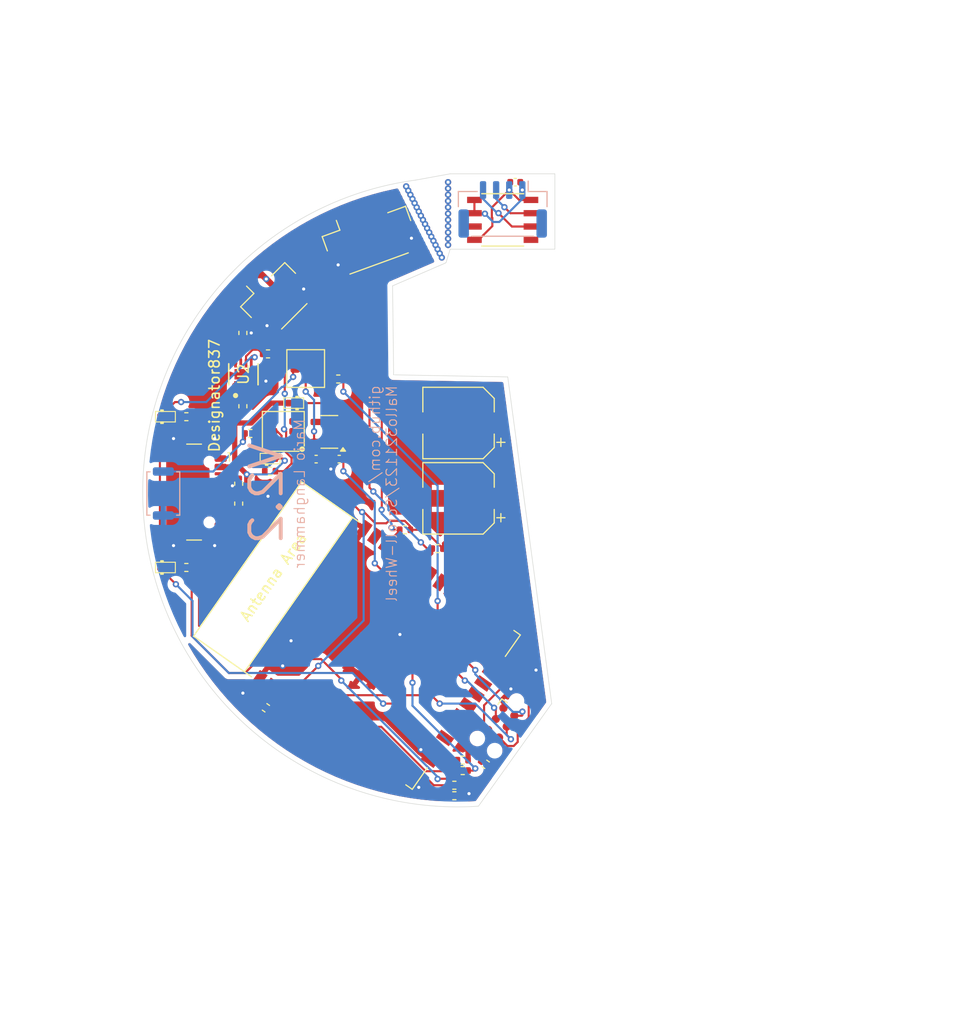
<source format=kicad_pcb>
(kicad_pcb (version 20241229) (generator "pcbnew") (generator_version "9.0")
  (title_block (comment 4 "AISLER Project ID: JUPDYNTS"))
  (layers (0 "F.Cu" signal) (2 "B.Cu" signal) (13 "F.Paste" user) (15 "B.Paste" user) (5 "F.SilkS" user "F.Silkscreen") (7 "B.SilkS" user "B.Silkscreen") (1 "F.Mask" user) (3 "B.Mask" user) (25 "Edge.Cuts" user))
  (net 0 "")
  (net 1 "Net-(D3-K)")
  (net 2 "GND")
  (net 3 "+5V")
  (net 4 "STATE")
  (net 5 "Net-(D1-A)")
  (net 6 "BATT")
  (net 7 "+3.3V")
  (net 8 "EN")
  (net 9 "BOOT")
  (net 10 "RX")
  (net 11 "TX")
  (net 12 "VDC")
  (net 16 "Net-(J2-CC1)")
  (net 17 "Net-(J2-CC2)")
  (net 19 "PWR_sense")
  (net 20 "Net-(U2-ISET)")
  (net 21 "Net-(U2-VSET)")
  (net 22 "CHRG")
  (net 23 "STDBY")
  (net 24 "Net-(U2-TMR)")
  (net 25 "BATT_sense")
  (net 40 "SDA")
  (net 43 "SCL")
  (net 45 "Net-(D4-A)")
  (net 49 "Net-(J4-Pin_2)")
  (net 50 "Net-(J4-Pin_1)")
  (net 51 "Net-(J4-Pin_3)")
  (net 52 "Net-(J4-Pin_4)")
  (net 53 "Net-(D5-K)")
  (net 54 "Net-(Q1-Pad5)")
  (net 55 "Net-(Q2-B)")
  (net 56 "Net-(Q2-C)")
  (net 57 "PWR_sw")
  (footprint "Resistor_SMD:R_0402_1005Metric" (layer "F.Cu") (at 105.8 63.8 90)
    (property "Reference" "R17" (hide yes))
    (property "Value" "330")
  )
  (footprint "Resistor_SMD:R_0402_1005Metric" (layer "F.Cu") (at 126.8 98.6)
    (property "Reference" "R8" (hide yes))
    (property "Value" "2.7k")
  )
  (footprint "Resistor_SMD:R_0402_1005Metric" (layer "F.Cu") (at 126.8 97.6 180)
    (property "Reference" "R12" (hide yes))
    (property "Value" "5.1k")
  )
  (footprint "Resistor_SMD:R_0402_1005Metric" (layer "F.Cu") (at 108.4 70)
    (property "Reference" "R30" (hide yes))
    (property "Value" "1M")
  )
  (footprint "Resistor_SMD:R_0402_1005Metric" (layer "F.Cu") (at 106.51 66.4 180)
    (property "Reference" "R26" (hide yes))
    (property "Value" "5.1k")
  )
  (footprint "Connector_JST:JST_GH_SM02B-GHS-TB_1x02-1MP_P1.25mm_Horizontal" (layer "F.Cu") (at 108.9 53.4 45)
    (property "Reference" "J3" (hide yes))
    (property "Value" "Conn_01x02_Pin")
  )
  (footprint "Resistor_SMD:R_0402_1005Metric" (layer "F.Cu") (at 121.29 75.6)
    (property "Reference" "R15" (hide yes))
    (property "Value" "5.1k")
  )
  (footprint "Resistor_SMD:R_0402_1005Metric" (layer "F.Cu") (at 100.4 79.2)
    (property "Reference" "R25" (hide yes))
    (property "Value" "1k")
  )
  (footprint "Package_TO_SOT_SMD:SOT-23-5" (layer "F.Cu") (at 114.0625 66.25 180)
    (property "Reference" "U6" (hide yes))
    (property "Value" "MIC5504-3.3YM5")
  )
  (footprint "Resistor_SMD:R_0402_1005Metric" (layer "F.Cu") (at 129 98 145)
    (property "Reference" "R14" (hide yes))
    (property "Value" "5.1k")
  )
  (footprint "PCM_Diode_SMD_AKL:D_0402_1005Metric" (layer "F.Cu") (at 108.4 68.8)
    (property "Reference" "D5" (hide yes))
    (property "Value" "D" (hide yes))
  )
  (footprint "Resistor_SMD:R_0402_1005Metric" (layer "F.Cu") (at 126 101 180)
    (property "Reference" "R24" (hide yes))
    (property "Value" "5.1k")
  )
  (footprint "Resistor_SMD:R_0402_1005Metric" (layer "F.Cu") (at 114.91 61.2 180)
    (property "Reference" "R28" (hide yes))
    (property "Value" "5.1k")
  )
  (footprint "Capacitor_SMD:C_0402_1005Metric" (layer "F.Cu") (at 115 68.85)
    (property "Reference" "C9" (hide yes))
    (property "Value" "22uF")
  )
  (footprint "Capacitor_SMD:CP_Elec_6.3x5.4" (layer "F.Cu") (at 126.4 72.6 180)
    (property "Reference" "C5" (hide yes))
    (property "Value" "100uF")
  )
  (footprint "Capacitor_SMD:C_0402_1005Metric" (layer "F.Cu") (at 131.81723 42.4)
    (property "Reference" "C11" (hide yes))
    (property "Value" "22uF")
  )
  (footprint "Capacitor_SMD:C_0402_1005Metric" (layer "F.Cu") (at 112.8 68.85 180)
    (property "Reference" "C10" (hide yes))
    (property "Value" "22uF")
  )
  (footprint "Resistor_SMD:R_0402_1005Metric" (layer "F.Cu") (at 126 100)
    (property "Reference" "R9" (hide yes))
    (property "Value" "2.7k")
  )
  (footprint "Resistor_SMD:R_0402_1005Metric" (layer "F.Cu") (at 108.2 58.8)
    (property "Reference" "R20" (hide yes))
    (property "Value" "27k")
  )
  (footprint "PCM_Diode_SMD_AKL:D_0402_1005Metric" (layer "F.Cu") (at 98.4 64.8)
    (property "Reference" "D1" (hide yes))
    (property "Value" "LED" (hide yes))
  )
  (footprint "Resistor_SMD:R_0402_1005Metric" (layer "F.Cu") (at 124.4 77.4)
    (property "Reference" "R16" (hide yes))
    (property "Value" "5.1k")
  )
  (footprint "BQ25172:DSG0008A-IPC_A" (layer "F.Cu") (at 105.849998 60.746967 90)
    (property "Reference" "U2")
    (property "Value" "BQ25172DSGR")
  )
  (footprint "PCM_Package_TO_SOT_SMD_AKL:SOT-23-6" (layer "F.Cu") (at 109.662949 66.2 180)
    (property "Reference" "Q1" (hide yes))
    (property "Value" "FS8205A" (hide yes))
  )
  (footprint "Connector:Tag-Connect_TC2030-IDC-NL_2x03_P1.27mm_Vertical" (layer "F.Cu") (at 130.479839 94.035779 -125)
    (property "Reference" "J1" (hide yes))
    (property "Value" "TC2030")
  )
  (footprint "Resistor_SMD:R_0402_1005Metric" (layer "F.Cu") (at 105.8 56.8 -90)
    (property "Reference" "R18" (hide yes))
    (property "Value" "24k")
  )
  (footprint "AS5600:AS5600" (layer "F.Cu") (at 130.61723 46 -90)
    (property "Reference" "U7" (hide yes))
    (property "Value" "AS5600")
  )
  (footprint "Resistor_SMD:R_0402_1005Metric" (layer "F.Cu") (at 108 92.6 145)
    (property "Reference" "R13" (hide yes))
    (property "Value" "5.1k")
  )
  (footprint "Resistor_SMD:R_0402_1005Metric" (layer "F.Cu") (at 105.4 73.1 -90)
    (property "Reference" "R21" (hide yes))
    (property "Value" "5.1k")
  )
  (footprint "Connector_JST:JST_GH_SM04B-GHS-TB_1x04-1MP_P1.25mm_Horizontal" (layer "F.Cu") (at 117.938627 47.75739 20)
    (property "Reference" "J5" (hide yes))
    (property "Value" "Conn_01x04_Pin")
  )
  (footprint "Capacitor_SMD:CP_Elec_6.3x5.4" (layer "F.Cu") (at 126.4 65.4 180)
    (property "Reference" "C7" (hide yes))
    (property "Value" "100uF")
  )
  (footprint "PCM_Diode_SMD_AKL:D_0402_1005Metric" (layer "F.Cu") (at 98.4 79.2)
    (property "Reference" "D4" (hide yes))
    (property "Value" "LED" (hide yes))
  )
  (footprint "PCM_Diode_SMD_AKL:D_0402_1005Metric" (layer "F.Cu") (at 110.650898 63.500001 180)
    (property "Reference" "D3" (hide yes))
    (property "Value" "D" (hide yes))
  )
  (footprint "Resistor_SMD:R_0402_1005Metric" (layer "F.Cu") (at 105.4 71.2 90)
    (property "Reference" "R22" (hide yes))
    (property "Value" "5.1k")
  )
  (footprint "PCM_Package_TO_SOT_SMD_AKL:SOT-23" (layer "F.Cu") (at 111.8 60.2 180)
    (property "Reference" "Q2" (hide yes))
    (property "Value" "BC847" (hide yes))
  )
  (footprint "Resistor_SMD:R_0402_1005Metric" (layer "F.Cu") (at 100.4 64.8)
    (property "Reference" "R19" (hide yes))
    (property "Value" "1k")
  )
  (footprint "Connector_USB:USB_C_Receptacle_GCT_USB4110" (layer "F.Cu") (at 100 72 -90)
    (property "Reference" "J2" (hide yes))
    (property "Value" "USB_C_Receptacle_USB3.1_16P")
  )
  (footprint "PCM_Espressif:ESP32-WROOM-32E" (layer "F.Cu") (at 118.128947 86.707838 55)
    (property "Reference" "U1" (hide yes))
    (property "Value" "ESP32-WROOM-E")
  )
  (footprint "Connector_JST:JST_GH_SM04B-GHS-TB_1x04-1MP_P1.25mm_Horizontal" (layer "B.Cu") (at 130.61723 45 180)
    (property "Reference" "J4" (hide yes))
    (property "Value" "Conn_01x04_Socket")
  )
  (footprint "Button_Switch_SMD:SW_Push_SPST_NO_Alps_SKRK" (layer "B.Cu") (at 98.2 72.133626 90)
    (property "Reference" "SW1" (hide yes))
    (property "Value" "SW_Push")
  )
  (gr_line (start 125.6 41.6) (end 122.300097 42.200659) (stroke (width 0.05)) (layer "Edge.Cuts"))
  (gr_line (start 128.299988 102) (end 135.3 92.2) (stroke (width 0.05)) (layer "Edge.Cuts"))
  (gr_line (start 120.2 60.8) (end 120.1 52.3) (stroke (width 0.05)) (layer "Edge.Cuts"))
  (gr_arc (start 128.3 102) (mid 96.383613 75.001633) (end 122.300088 42.200659) (stroke (width 0.05)) (layer "Edge.Cuts"))
  (gr_line (start 135.6 41.6) (end 135.6 48.8) (stroke (width 0.05)) (layer "Edge.Cuts"))
  (gr_line (start 131.1 61) (end 120.2 60.8) (stroke (width 0.05)) (layer "Edge.Cuts"))
  (gr_line (start 135.6 48.8) (end 125.6 48.8) (stroke (width 0.05)) (layer "Edge.Cuts"))
  (gr_line (start 135.3 92.2) (end 131.1 61) (stroke (width 0.05)) (layer "Edge.Cuts"))
  (gr_line (start 120.1 52.3) (end 125.2 50.1) (stroke (width 0.05)) (layer "Edge.Cuts"))
  (gr_line (start 125.6 48.8) (end 125.2 50.1) (stroke (width 0.05)) (layer "Edge.Cuts"))
  (gr_line (start 125.6 41.6) (end 135.6 41.6) (stroke (width 0.05)) (layer "Edge.Cuts"))
  (gr_text "V2.2" (at 109.8 67.013983 90) (layer "B.SilkS") (effects (font (size 3 3) (thickness 0.375)) (justify left bottom mirror)))
  (gr_text "Mario Langhammer" (at 111.8 64.940769 90) (layer "B.SilkS") (effects (font (size 1 1) (thickness 0.1)) (justify left bottom mirror)))
  (gr_text "github.com/\nMallo321123/Scroll-Wheel" (at 120.6 61.750291 90) (layer "B.SilkS") (effects (font (size 1 1) (thickness 0.1)) (justify left bottom mirror)))
  (via (at 122.2 44.4) (size 0.6) (drill 0.3) (layers "F.Cu" "B.Cu") (net 0))
  (via (at 124.6 49.2) (size 0.6) (drill 0.3) (layers "F.Cu" "B.Cu") (net 0))
  (via (at 123.4 46.8) (size 0.6) (drill 0.3) (layers "F.Cu" "B.Cu") (net 0))
  (via (at 125.4 47.2) (size 0.6) (drill 0.3) (layers "F.Cu" "B.Cu") (net 0))
  (via (at 123 46) (size 0.6) (drill 0.3) (layers "F.Cu" "B.Cu") (net 0))
  (via (at 125.4 44.8) (size 0.6) (drill 0.3) (layers "F.Cu" "B.Cu") (net 0))
  (via (at 125.4 47.8) (size 0.6) (drill 0.3) (layers "F.Cu" "B.Cu") (net 0))
  (via (at 123.2 46.4) (size 0.6) (drill 0.3) (layers "F.Cu" "B.Cu") (net 0))
  (via (at 122.6 45.2) (size 0.6) (drill 0.3) (layers "F.Cu" "B.Cu") (net 0))
  (via (at 122.4 44.8) (size 0.6) (drill 0.3) (layers "F.Cu" "B.Cu") (net 0))
  (via (at 125.4 43.6) (size 0.6) (drill 0.3) (layers "F.Cu" "B.Cu") (net 0))
  (via (at 125.4 45.4) (size 0.6) (drill 0.3) (layers "F.Cu" "B.Cu") (net 0))
  (via (at 123.8 47.6) (size 0.6) (drill 0.3) (layers "F.Cu" "B.Cu") (net 0))
  (via (at 124.2 48.4) (size 0.6) (drill 0.3) (layers "F.Cu" "B.Cu") (net 0))
  (via (at 124 48) (size 0.6) (drill 0.3) (layers "F.Cu" "B.Cu") (net 0))
  (via (at 125.4 43) (size 0.6) (drill 0.3) (layers "F.Cu" "B.Cu") (net 0))
  (via (at 121.4 42.8) (size 0.6) (drill 0.3) (layers "F.Cu" "B.Cu") (net 0))
  (via (at 125.4 42.4) (size 0.6) (drill 0.3) (layers "F.Cu" "B.Cu") (net 0))
  (via (at 124.4 48.8) (size 0.6) (drill 0.3) (layers "F.Cu" "B.Cu") (net 0))
  (via (at 125.4 48.4) (size 0.6) (drill 0.3) (layers "F.Cu" "B.Cu") (net 0))
  (via (at 122.8 45.6) (size 0.6) (drill 0.3) (layers "F.Cu" "B.Cu") (net 0))
  (via (at 121.8 43.6) (size 0.6) (drill 0.3) (layers "F.Cu" "B.Cu") (net 0))
  (via (at 125.4 46.6) (size 0.6) (drill 0.3) (layers "F.Cu" "B.Cu") (net 0))
  (via (at 125.4 46) (size 0.6) (drill 0.3) (layers "F.Cu" "B.Cu") (net 0))
  (via (at 125.4 44.2) (size 0.6) (drill 0.3) (layers "F.Cu" "B.Cu") (net 0))
  (via (at 123.6 47.2) (size 0.6) (drill 0.3) (layers "F.Cu" "B.Cu") (net 0))
  (via (at 122 44) (size 0.6) (drill 0.3) (layers "F.Cu" "B.Cu") (net 0))
  (via (at 121.6 43.2) (size 0.6) (drill 0.3) (layers "F.Cu" "B.Cu") (net 0))
  (via (at 124.8 49.6) (size 0.6) (drill 0.3) (layers "F.Cu" "B.Cu") (net 0))
  (segment (start 114.845532 65.3) (end 114.2365 65.909032) (width 0.2) (layer "F.Cu") (net 1))
  (segment (start 115.2 65.3) (end 114.845532 65.3) (width 0.2) (layer "F.Cu") (net 1))
  (segment (start 114.2365 66.898999) (end 114.537501 67.2) (width 0.2) (layer "F.Cu") (net 1))
  (segment (start 115.48 68.85) (end 115.48 67.48) (width 0.2) (layer "F.Cu") (net 1))
  (segment (start 115.4 70) (end 115.4 68.93) (width 0.2) (layer "F.Cu") (net 1))
  (segment (start 127.8 98.6) (end 128 98.4) (width 0.2) (layer "F.Cu") (net 1))
  (segment (start 115.4 68.93) (end 115.48 68.85) (width 0.2) (layer "F.Cu") (net 1))
  (segment (start 111.135898 63.500001) (end 111.135898 65.114101) (width 0.2) (layer "F.Cu") (net 1))
  (segment (start 111.135898 65.114101) (end 111 65.249999) (width 0.2) (layer "F.Cu") (net 1))
  (segment (start 122 82.4) (end 118.4 78.8) (width 0.2) (layer "F.Cu") (net 1))
  (segment (start 122 90.2) (end 122 82.4) (width 0.2) (layer "F.Cu") (net 1))
  (segment (start 115.48 67.48) (end 115.2 67.2) (width 0.2) (layer "F.Cu") (net 1))
  (segment (start 111.135898 63.500001) (end 113.400001 63.500001) (width 0.2) (layer "F.Cu") (net 1))
  (segment (start 113.400001 63.500001) (end 115.2 65.3) (width 0.2) (layer "F.Cu") (net 1))
  (segment (start 114.537501 67.2) (end 115.2 67.2) (width 0.2) (layer "F.Cu") (net 1))
  (segment (start 111 63.635899) (end 111.135898 63.500001) (width 0.2) (layer "F.Cu") (net 1))
  (segment (start 114.2365 65.909032) (end 114.2365 66.898999) (width 0.2) (layer "F.Cu") (net 1))
  (segment (start 127.31 98.6) (end 127.8 98.6) (width 0.2) (layer "F.Cu") (net 1))
  (segment (start 115.2 65.3) (end 115.554468 65.3) (width 0.2) (layer "F.Cu") (net 1))
  (via (at 122 90.2) (size 0.6) (drill 0.3) (layers "F.Cu" "B.Cu") (net 1))
  (via (at 115.4 70) (size 0.6) (drill 0.3) (layers "F.Cu" "B.Cu") (net 1))
  (via (at 128 98.4) (size 0.6) (drill 0.3) (layers "F.Cu" "B.Cu") (net 1))
  (via (at 118.4 78.8) (size 0.6) (drill 0.3) (layers "F.Cu" "B.Cu") (net 1))
  (segment (start 122 92.4) (end 122 90.2) (width 0.2) (layer "B.Cu") (net 1))
  (segment (start 118.4 78.8) (end 118.4 73) (width 0.2) (layer "B.Cu") (net 1))
  (segment (start 118.4 73) (end 115.4 70) (width 0.2) (layer "B.Cu") (net 1))
  (segment (start 128 98.4) (end 122 92.4) (width 0.2) (layer "B.Cu") (net 1))
  (segment (start 106.599999 63.510001) (end 106.599999 61.8) (width 0.2) (layer "F.Cu") (net 2))
  (segment (start 114.52 68.85) (end 114.52 69.48) (width 0.2) (layer "F.Cu") (net 2))
  (segment (start 106.599999 61.8) (end 107.6 61.8) (width 0.2) (layer "F.Cu") (net 2))
  (segment (start 126.51 101) (end 127.2 101) (width 0.2) (layer "F.Cu") (net 2))
  (segment (start 105.4 71.71) (end 105.11 71.71) (width 0.2) (layer "F.Cu") (net 2))
  (segment (start 130.68812 92.631235) (end 130.68812 91.51188) (width 0.2) (layer "F.Cu") (net 2))
  (segment (start 123.653975 97.559334) (end 123.653975 97.453975) (width 0.2) (layer "F.Cu") (net 2))
  (segment (start 127.2 101) (end 127.4 100.8) (width 0.2) (layer "F.Cu") (net 2))
  (segment (start 130.68812 91.51188) (end 131.4 90.8) (width 0.2) (layer "F.Cu") (net 2))
  (segment (start 105.11 71.71) (end 104.8 71.4) (width 0.2) (layer "F.Cu") (net 2))
  (segment (start 123.653975 97.453975) (end 122.8 96.6) (width 0.2) (layer "F.Cu") (net 2))
  (segment (start 107.6 61.8) (end 108 61.4) (width 0.2) (layer "F.Cu") (net 2))
  (segment (start 106.09 56.29) (end 106.6 56.8) (width 0.2) (layer "F.Cu") (net 2))
  (segment (start 105.8 56.29) (end 106.09 56.29) (width 0.2) (layer "F.Cu") (net 2))
  (segment (start 105.4 72.59) (end 105.4 71.71) (width 0.2) (layer "F.Cu") (net 2))
  (segment (start 114.52 69.48) (end 114.2 69.8) (width 0.2) (layer "F.Cu") (net 2))
  (segment (start 105.8 64.31) (end 106.599999 63.510001) (width 0.2) (layer "F.Cu") (net 2))
  (via (at 108.2 72.4) (size 0.6) (drill 0.3) (layers "F.Cu" "B.Cu") (net 2))
  (via (at 133.8 89) (size 0.6) (drill 0.3) (layers "F.Cu" "B.Cu") (net 2))
  (via (at 114.2 69.8) (size 0.6) (drill 0.3) (layers "F.Cu" "B.Cu") (net 2))
  (via (at 108 61.4) (size 0.6) (drill 0.3) (layers "F.Cu" "B.Cu") (net 2))
  (via (at 127.4 100.8) (size 0.6) (drill 0.3) (layers "F.Cu" "B.Cu") (net 2))
  (via (at 108.104505 56.104683) (size 0.6) (drill 0.3) (layers "F.Cu" "B.Cu") (net 2))
  (via (at 109.6 88.6) (size 0.6) (drill 0.3) (layers "F.Cu" "B.Cu") (net 2))
  (via (at 105.8 91.2) (size 0.6) (drill 0.3) (layers "F.Cu" "B.Cu") (net 2))
  (via (at 120.8 85.6) (size 0.6) (drill 0.3) (layers "F.Cu" "B.Cu") (net 2))
  (via (at 99.175 66.89) (size 0.6) (drill 0.3) (layers "F.Cu" "B.Cu") (net 2))
  (via (at 103.105 77.11) (size 0.6) (drill 0.3) (layers "F.Cu" "B.Cu") (net 2))
  (via (at 110.4 86.2) (size 0.6) (drill 0.3) (layers "F.Cu" "B.Cu") (net 2))
  (via (at 103.105 66.89) (size 0.6) (drill 0.3) (layers "F.Cu" "B.Cu") (net 2))
  (via (at 131.4 90.8) (size 0.6) (drill 0.3) (layers "F.Cu" "B.Cu") (net 2))
  (via (at 121.90071 47.75195) (size 0.6) (drill 0.3) (layers "F.Cu" "B.Cu") (net 2))
  (via (at 106.6 56.8) (size 0.6) (drill 0.3) (layers "F.Cu" "B.Cu") (net 2))
  (via (at 122.8 96.6) (size 0.6) (drill 0.3) (layers "F.Cu" "B.Cu") (net 2))
  (via (at 104.8 71.4) (size 0.6) (drill 0.3) (layers "F.Cu" "B.Cu") (net 2))
  (via (at 122.6 100.2) (size 0.6) (drill 0.3) (layers "F.Cu" "B.Cu") (net 2))
  (via (at 99.175 77.11) (size 0.6) (drill 0.3) (layers "F.Cu" "B.Cu") (net 2))
  (via (at 114.9 50.3) (size 0.6) (drill 0.3) (layers "F.Cu" "B.Cu") (net 2))
  (via (at 111.604683 52.604505) (size 0.6) (drill 0.3) (layers "F.Cu" "B.Cu") (net 2))
  (segment (start 97.915 64.8) (end 97.874 64.841) (width 0.2) (layer "F.Cu") (net 4))
  (segment (start 99.315 63.4) (end 97.915 64.8) (width 0.2) (layer "F.Cu") (net 4))
  (segment (start 97.874 64.841) (end 97.874 79.159) (width 0.2) (layer "F.Cu") (net 4))
  (segment (start 124.382416 96.519011) (end 120.063405 92.2) (width 0.2) (layer "F.Cu") (net 4))
  (segment (start 99.9 63.4) (end 99.315 63.4) (width 0.2) (layer "F.Cu") (net 4))
  (segment (start 97.874 79.159) (end 97.915 79.2) (width 0.2) (layer "F.Cu") (net 4))
  (segment (start 106.812485 59.00962) (end 106.92366 59.120795) (width 0.2) (layer "F.Cu") (net 4))
  (segment (start 106.68128 59.00962) (end 106.812485 59.00962) (width 0.2) (layer "F.Cu") (net 4))
  (segment (start 120.063405 92.2) (end 119.2 92.2) (width 0.2) (layer "F.Cu") (net 4))
  (segment (start 106.599999 59.693934) (end 106.599999 59.090901) (width 0.2) (layer "F.Cu") (net 4))
  (segment (start 97.915 79.315) (end 97.915 79.2) (width 0.2) (layer "F.Cu") (net 4))
  (segment (start 106.599999 59.090901) (end 106.68128 59.00962) (width 0.2) (layer "F.Cu") (net 4))
  (segment (start 99.4 80.8) (end 97.915 79.315) (width 0.2) (layer "F.Cu") (net 4))
  (via (at 99.4 80.8) (size 0.6) (drill 0.3) (layers "F.Cu" "B.Cu") (net 4))
  (via (at 106.92366 59.120795) (size 0.6) (drill 0.3) (layers "F.Cu" "B.Cu") (net 4))
  (via (at 119.2 92.2) (size 0.6) (drill 0.3) (layers "F.Cu" "B.Cu") (net 4))
  (via (at 99.9 63.4) (size 0.6) (drill 0.3) (layers "F.Cu" "B.Cu") (net 4))
  (segment (start 119.2 92.2) (end 116.277128 89.277128) (width 0.2) (layer "B.Cu") (net 4))
  (segment (start 100.988054 82.388054) (end 99.4 80.8) (width 0.2) (layer "B.Cu") (net 4))
  (segment (start 116.277128 89.277128) (end 104.459998 89.277128) (width 0.2) (layer "B.Cu") (net 4))
  (segment (start 99.9 63.4) (end 102.3 63.4) (width 0.2) (layer "B.Cu") (net 4))
  (segment (start 100.988054 85.805184) (end 100.988054 82.388054) (width 0.2) (layer "B.Cu") (net 4))
  (segment (start 102.3 63.4) (end 106.579205 59.120795) (width 0.2) (layer "B.Cu") (net 4))
  (segment (start 106.579205 59.120795) (end 106.92366 59.120795) (width 0.2) (layer "B.Cu") (net 4))
  (segment (start 104.459998 89.277128) (end 100.988054 85.805184) (width 0.2) (layer "B.Cu") (net 4))
  (segment (start 99.89 64.8) (end 98.885 64.8) (width 0.2) (layer "F.Cu") (net 5))
  (segment (start 110.762949 67.15) (end 110.23295 67.15) (width 0.2) (layer "F.Cu") (net 6))
  (segment (start 110.23295 67.15) (end 109.931949 66.848999) (width 0.2) (layer "F.Cu") (net 6))
  (segment (start 107.712698 51.328815) (end 106.514998 51.328815) (width 0.5) (layer "F.Cu") (net 6))
  (segment (start 109.8 62.6) (end 109.8 58.94966) (width 0.2) (layer "F.Cu") (net 6))
  (segment (start 106.514998 51.328815) (end 105.020577 52.823236) (width 0.5) (layer "F.Cu") (net 6))
  (segment (start 109.931949 66.848999) (end 109.931949 66.195088) (width 0.2) (layer "F.Cu") (net 6))
  (segment (start 108.033794 51.649911) (end 107.712698 51.328815) (width 0.5) (layer "F.Cu") (net 6))
  (segment (start 105.020577 55.4) (end 105.020577 59.693934) (width 0.5) (layer "F.Cu") (net 6))
  (segment (start 106.25034 55.4) (end 105.020577 55.4) (width 0.2) (layer "F.Cu") (net 6))
  (segment (start 105.020577 52.823236) (end 105.020577 55.4) (width 0.5) (layer "F.Cu") (net 6))
  (segment (start 109.931949 66.195088) (end 109.733563 65.996702) (width 0.2) (layer "F.Cu") (net 6))
  (segment (start 109.8 58.94966) (end 106.25034 55.4) (width 0.2) (layer "F.Cu") (net 6))
  (via (at 108.033794 51.649911) (size 0.6) (drill 0.3) (layers "F.Cu" "B.Cu") (net 6))
  (via (at 109.8 62.6) (size 0.6) (drill 0.3) (layers "F.Cu" "B.Cu") (net 6))
  (via (at 109.733563 65.996702) (size 0.6) (drill 0.3) (layers "F.Cu" "B.Cu") (net 6))
  (segment (start 109.733563 65.996702) (end 109.8 65.930265) (width 0.2) (layer "B.Cu") (net 6))
  (segment (start 109.8 65.930265) (end 109.8 62.6) (width 0.2) (layer "B.Cu") (net 6))
  (segment (start 119.730761 74.75) (end 119.501761 74.979) (width 0.2) (layer "F.Cu") (net 7))
  (segment (start 119.501761 74.979) (end 118.449 74.979) (width 0.2) (layer "F.Cu") (net 7))
  (segment (start 117.375951 73.905951) (end 117.186711 73.905951) (width 0.2) (layer "F.Cu") (net 7))
  (segment (start 117.065952 73.905951) (end 117.186711 73.905951) (width 0.2) (layer "F.Cu") (net 7))
  (segment (start 124.91 77.4) (end 123.11 75.6) (width 0.2) (layer "F.Cu") (net 7))
  (segment (start 129.507476 98.292524) (end 129.417768 98.292524) (width 0.2) (layer "F.Cu") (net 7))
  (segment (start 124.91 77.4) (end 124.91 76.89) (width 0.2) (layer "F.Cu") (net 7))
  (segment (start 118.449 74.979) (end 117.375951 73.905951) (width 0.2) (layer "F.Cu") (net 7))
  (segment (start 132.4 84.620001) (end 125.179999 77.4) (width 0.2) (layer "F.Cu") (net 7))
  (segment (start 107.582232 92.307476) (end 107.582232 91.409077) (width 0.2) (layer "F.Cu") (net 7))
  (segment (start 124.91 76.89) (end 129.2 72.6) (width 0.2) (layer "F.Cu") (net 7))
  (segment (start 130.271558 95.440323) (end 130.701513 95.870278) (width 0.2) (layer "F.Cu") (net 7))
  (segment (start 112.32 68.85) (end 112.32 69.159999) (width 0.2) (layer "F.Cu") (net 7))
  (segment (start 112.925 67.2) (end 112.925 67.125) (width 0.2) (layer "F.Cu") (net 7))
  (segment (start 132.05 95.869239) (end 132.05 94.599943) (width 0.2) (layer "F.Cu") (net 7))
  (segment (start 107.582232 91.409077) (end 108.40822 90.583089) (width 0.2) (layer "F.Cu") (net 7))
  (segment (start 108.853252 90.138057) (end 111.461943 90.138057) (width 0.2) (layer "F.Cu") (net 7))
  (segment (start 121.269999 74.75) (end 119.730761 74.75) (width 0.2) (layer "F.Cu") (net 7))
  (segment (start 115.543967 46.660246) (end 113.115175 49.089038) (width 0.2) (layer "F.Cu") (net 7))
  (segment (start 113.115175 49.089038) (end 113.115175 57.770761) (width 0.2) (layer "F.Cu") (net 7))
  (segment (start 133.102 93.547943) (end 133.102 91.92356) (width 0.2) (layer "F.Cu") (net 7))
  (segment (start 130.701513 97.098487) (end 129.507476 98.292524) (width 0.2) (layer "F.Cu") (net 7))
  (segment (start 111.461943 90.138057) (end 113 88.6) (width 0.2) (layer "F.Cu") (net 7))
  (segment (start 113.115175 57.770761) (end 111.8 59.085936) (width 0.2) (layer "F.Cu") (net 7))
  (segment (start 111.8 59.085936) (end 111.8 62.4) (width 0.2) (layer "F.Cu") (net 7))
  (segment (start 130.701513 95.870278) (end 130.701513 97.098487) (width 0.2) (layer "F.Cu") (net 7))
  (segment (start 108.40822 90.583089) (end 108.853252 90.138057) (width 0.2) (layer "F.Cu") (net 7))
  (segment (start 112.6 66.875) (end 112.925 67.2) (width 0.2) (layer "F.Cu") (net 7))
  (segment (start 123.11 75.6) (end 121.8 75.6) (width 0.2) (layer "F.Cu") (net 7))
  (segment (start 133.102 91.92356) (end 132.4 91.22156) (width 0.2) (layer "F.Cu") (net 7))
  (segment (start 112.32 67.805) (end 112.925 67.2) (width 0.2) (layer "F.Cu") (net 7))
  (segment (start 121.8 75.280001) (end 121.269999 74.75) (width 0.2) (layer "F.Cu") (net 7))
  (segment (start 112.32 69.159999) (end 117.065952 73.905951) (width 0.2) (layer "F.Cu") (net 7))
  (segment (start 132.4 91.22156) (end 132.4 84.620001) (width 0.2) (layer "F.Cu") (net 7))
  (segment (start 112.6 66.2) (end 112.6 66.875) (width 0.2) (layer "F.Cu") (net 7))
  (segment (start 131.669239 96.25) (end 132.05 95.869239) (width 0.2) (layer "F.Cu") (net 7))
  (segment (start 125.179999 77.4) (end 124.91 77.4) (width 0.2) (layer "F.Cu") (net 7))
  (segment (start 132.05 94.599943) (end 133.102 93.547943) (width 0.2) (layer "F.Cu") (net 7))
  (segment (start 112.32 68.85) (end 112.32 67.805) (width 0.2) (layer "F.Cu") (net 7))
  (segment (start 121.8 75.6) (end 121.8 75.280001) (width 0.2) (layer "F.Cu") (net 7))
  (segment (start 130.271558 95.440323) (end 131.081235 96.25) (width 0.2) (layer "F.Cu") (net 7))
  (segment (start 131.081235 96.25) (end 131.669239 96.25) (width 0.2) (layer "F.Cu") (net 7))
  (via (at 113 88.6) (size 0.6) (drill 0.3) (layers "F.Cu" "B.Cu") (net 7))
  (via (at 111.8 62.4) (size 0.6) (drill 0.3) (layers "F.Cu" "B.Cu") (net 7))
  (via (at 112.6 66.2) (size 0.6) (drill 0.3) (layers "F.Cu" "B.Cu") (net 7))
  (via (at 117.186711 73.905951) (size 0.6) (drill 0.3) (layers "F.Cu" "B.Cu") (net 7))
  (segment (start 117.335 74.05424) (end 117.186711 73.905951) (width 0.2) (layer "B.Cu") (net 7))
  (segment (start 113 88.6) (end 117.335 84.265) (width 0.2) (layer "B.Cu") (net 7))
  (segment (start 117.335 84.265) (end 117.335 74.05424) (width 0.2) (layer "B.Cu") (net 7))
  (segment (start 112.6 63.2) (end 112.6 66.2) (width 0.2) (layer "B.Cu") (net 7))
  (segment (start 111.8 62.4) (end 112.6 63.2) (width 0.2) (layer "B.Cu") (net 7))
  (segment (start 108.417768 92.342306) (end 109.448544 91.31153) (width 0.2) (layer "F.Cu") (net 8))
  (segment (start 110.802647 90.773019) (end 109.987055 90.773019) (width 0.2) (layer "F.Cu") (net 8))
  (segment (start 131 94.4) (end 131 95.2) (width 0.2) (layer "F.Cu") (net 8))
  (segment (start 131 95.2) (end 131.4 95.6) (width 0.2) (layer "F.Cu") (net 8))
  (segment (start 111.429628 91.4) (end 110.802647 90.773019) (width 0.2) (layer "F.Cu") (net 8))
  (segment (start 123.8 91.4) (end 111.429628 91.4) (width 0.2) (layer "F.Cu") (net 8))
  (segment (start 109.987055 90.773019) (end 109.448544 91.31153) (width 0.2) (layer "F.Cu") (net 8))
  (segment (start 124.6 92.2) (end 123.8 91.4) (width 0.2) (layer "F.Cu") (net 8))
  (segment (start 108.417768 92.892524) (end 108.417768 92.342306) (width 0.2) (layer "F.Cu") (net 8))
  (via (at 124.6 92.2) (size 0.6) (drill 0.3) (layers "F.Cu" "B.Cu") (net 8))
  (via (at 131.4 95.6) (size 0.6) (drill 0.3) (layers "F.Cu" "B.Cu") (net 8))
  (segment (start 128 92.2) (end 124.6 92.2) (width 0.2) (layer "B.Cu") (net 8))
  (segment (start 128.8 93) (end 128 92.2) (width 0.2) (layer "B.Cu") (net 8))
  (segment (start 131.4 95.6) (end 128.8 93) (width 0.2) (layer "B.Cu") (net 8))
  (segment (start 131.383426 85.442974) (end 130.929685 84.989233) (width 0.2) (layer "F.Cu") (net 9))
  (segment (start 128.582232 96.775311) (end 128.582232 97.707476) (width 0.2) (layer "F.Cu") (net 9))
  (segment (start 128.837537 94.318182) (end 128.837537 92.362463) (width 0.2) (layer "F.Cu") (net 9))
  (segment (start 131.383426 89.816574) (end 131.383426 85.442974) (width 0.2) (layer "F.Cu") (net 9))
  (segment (start 129.231236 94.711881) (end 129.231236 96.126307) (width 0.2) (layer "F.Cu") (net 9))
  (segment (start 128.837537 92.362463) (end 131.383426 89.816574) (width 0.2) (layer "F.Cu") (net 9))
  (segment (start 129.231236 96.126307) (end 128.582232 96.775311) (width 0.2) (layer "F.Cu") (net 9))
  (segment (start 129.231236 94.711881) (end 128.837537 94.318182) (width 0.2) (layer "F.Cu") (net 9))
  (segment (start 132.440323 93.359677) (end 132.501 93.299) (width 0.2) (layer "F.Cu") (net 10))
  (segment (start 122.8 83.8) (end 122.8 82.068628) (width 0.2) (layer "F.Cu") (net 10))
  (segment (start 131.728442 93.359677) (end 132.440323 93.359677) (width 0.2) (layer "F.Cu") (net 10))
  (segment (start 122.8 82.068628) (end 121.028266 80.296894) (width 0.2) (layer "F.Cu") (net 10))
  (segment (start 121.028266 80.296894) (end 121.028266 78.971766) (width 0.2) (layer "F.Cu") (net 10))
  (segment (start 121.028266 78.971766) (end 121.566777 78.433255) (width 0.2) (layer "F.Cu") (net 10))
  (segment (start 128 89) (end 122.8 83.8) (width 0.2) (layer "F.Cu") (net 10))
  (segment (start 132.501 93.299) (end 132.501 92.967314) (width 0.2) (layer "F.Cu") (net 10))
  (via (at 132.501 92.967314) (size 0.6) (drill 0.3) (layers "F.Cu" "B.Cu") (net 10))
  (via (at 128 89) (size 0.6) (drill 0.3) (layers "F.Cu" "B.Cu") (net 10))
  (segment (start 131.6 93) (end 132.468314 93) (width 0.2) (layer "B.Cu") (net 10))
  (segment (start 128 89.4) (end 131.6 93) (width 0.2) (layer "B.Cu") (net 10))
  (segment (start 132.468314 93) (end 132.501 92.967314) (width 0.2) (layer "B.Cu") (net 10))
  (segment (start 128 89) (end 128 89.4) (width 0.2) (layer "B.Cu") (net 10))
  (segment (start 119.987942 78.243325) (end 120.526453 77.704814) (width 0.2) (layer "F.Cu") (net 11))
  (segment (start 122.4 85.4) (end 122.4 82.234314) (width 0.2) (layer "F.Cu") (net 11))
  (segment (start 129.959678 93.671558) (end 129.959678 92.764531) (width 0.2) (layer "F.Cu") (net 11))
  (segment (start 129.959678 92.764531) (end 129.79497 92.599823) (width 0.2) (layer "F.Cu") (net 11))
  (segment (start 127 90) (end 122.4 85.4) (width 0.2) (layer "F.Cu") (net 11))
  (segment (start 122.4 82.234314) (end 119.987942 79.822256) (width 0.2) (layer "F.Cu") (net 11))
  (segment (start 119.987942 79.822256) (end 119.987942 78.243325) (width 0.2) (layer "F.Cu") (net 11))
  (via (at 129.79497 92.599823) (size 0.6) (drill 0.3) (layers "F.Cu" "B.Cu") (net 11))
  (via (at 127 90) (size 0.6) (drill 0.3) (layers "F.Cu" "B.Cu") (net 11))
  (segment (start 127.195147 90) (end 127 90) (width 0.2) (layer "B.Cu") (net 11))
  (segment (start 129.79497 92.599823) (end 127.195147 90) (width 0.2) (layer "B.Cu") (net 11))
  (segment (start 100.91 79.2) (end 100.91 75.628992) (width 0.2) (layer "F.Cu") (net 12))
  (segment (start 100.91 64.8) (end 104.820577 64.8) (width 0.2) (layer "F.Cu") (net 12))
  (segment (start 105.462472 69.6) (end 106.171 70.308528) (width 0.5) (layer "F.Cu") (net 12))
  (segment (start 103.494 74.214) (end 103.68 74.4) (width 0.2) (layer "F.Cu") (net 12))
  (segment (start 125.889 99.379) (end 124.421 99.379) (width 0.2) (layer "F.Cu") (net 12))
  (segment (start 104.820577 64.8) (end 105.020577 64.6) (width 0.2) (layer "F.Cu") (net 12))
  (segment (start 105.762472 74.4) (end 103.68 74.4) (width 0.5) (layer "F.Cu") (net 12))
  (segment (start 109.6 68.8) (end 109.8 69) (width 0.2) (layer "F.Cu") (net 12))
  (segment (start 105.462472 69.6) (end 105.020577 69.158105) (width 0.5) (layer "F.Cu") (net 12))
  (segment (start 108.885 68.8) (end 109.6 68.8) (width 0.2) (layer "F.Cu") (net 12))
  (segment (start 106.6 65.4) (end 105.020577 65.4) (width 0.5) (layer "F.Cu") (net 12))
  (segment (start 106.171 73.991472) (end 105.762472 74.4) (width 0.5) (layer "F.Cu") (net 12))
  (segment (start 104.459998 89.277128) (end 106.004845 89.277128) (width 0.2) (layer "F.Cu") (net 12))
  (segment (start 126.51 100) (end 125.889 99.379) (width 0.2) (layer "F.Cu") (net 12))
  (segment (start 100.91 85.72713) (end 104.459998 89.277128) (width 0.2) (layer "F.Cu") (net 12))
  (segment (start 100.91 75.628992) (end 102.324992 74.214) (width 0.2) (layer "F.Cu") (net 12))
  (segment (start 106.171 71.4) (end 106.171 73.991472) (width 0.5) (layer "F.Cu") (net 12))
  (segment (start 100.91 79.2) (end 100.91 85.72713) (width 0.2) (layer "F.Cu") (net 12))
  (segment (start 113.269239 87.95) (end 115.2 89.880761) (width 0.2) (layer "F.Cu") (net 12))
  (segment (start 106.004845 89.277128) (end 107.331973 87.95) (width 0.2) (layer "F.Cu") (net 12))
  (segment (start 115.2 89.880761) (end 115.2 90) (width 0.2) (layer "F.Cu") (net 12))
  (segment (start 124.421 99.379) (end 124.4 99.4) (width 0.2) (layer "F.Cu") (net 12))
  (segment (start 110.165898 63.500001) (end 108.499999 63.500001) (width 0.5) (layer "F.Cu") (net 12))
  (segment (start 102.324992 74.214) (end 103.494 74.214) (width 0.2) (layer "F.Cu") (net 12))
  (segment (start 107.331973 87.95) (end 113.269239 87.95) (width 0.2) (layer "F.Cu") (net 12))
  (segment (start 105.020577 64.6) (end 105.020577 61.8) (width 0.5) (layer "F.Cu") (net 12))
  (segment (start 105.020577 65.4) (end 105.020577 64.6) (width 0.5) (layer "F.Cu") (net 12))
  (segment (start 106.171 70.308528) (end 106.171 71.4) (width 0.5) (layer "F.Cu") (net 12))
  (segment (start 103.68 69.6) (end 105.462472 69.6) (width 0.5) (layer "F.Cu") (net 12))
  (segment (start 108.499999 63.500001) (end 106.6 65.4) (width 0.5) (layer "F.Cu") (net 12))
  (segment (start 105.020577 69.158105) (end 105.020577 65.4) (width 0.5) (layer "F.Cu") (net 12))
  (via (at 124.4 99.4) (size 0.6) (drill 0.3) (layers "F.Cu" "B.Cu") (net 12))
  (via (at 106.172768 70.307781) (size 0.6) (drill 0.3) (layers "F.Cu" "B.Cu") (net 12))
  (via (at 115.2 90) (size 0.6) (drill 0.3) (layers "F.Cu" "B.Cu") (net 12))
  (via (at 109.8 69) (size 0.6) (drill 0.3) (layers "F.Cu" "B.Cu") (net 12))
  (segment (start 109.8 69) (end 108.492219 70.307781) (width 0.2) (layer "B.Cu") (net 12))
  (segment (start 108.492219 70.307781) (end 106.172768 70.307781) (width 0.2) (layer "B.Cu") (net 12))
  (segment (start 124.4 99.4) (end 124.4 99.2) (width 0.2) (layer "B.Cu") (net 12))
  (segment (start 124.4 99.2) (end 115.2 90) (width 0.2) (layer "B.Cu") (net 12))
  (segment (start 105.4 70.69) (end 105.34 70.75) (width 0.2) (layer "F.Cu") (net 16))
  (segment (start 105.34 70.75) (end 103.68 70.75) (width 0.2) (layer "F.Cu") (net 16))
  (segment (start 103.72 73.71) (end 103.68 73.75) (width 0.2) (layer "F.Cu") (net 17))
  (segment (start 105.4 73.61) (end 105.26 73.75) (width 0.2) (layer "F.Cu") (net 17))
  (segment (start 105.26 73.75) (end 103.68 73.75) (width 0.2) (layer "F.Cu") (net 17))
  (segment (start 125.49 100) (end 124.034314 100) (width 0.2) (layer "F.Cu") (net 19))
  (segment (start 120.390285 98.057441) (end 119.851774 98.595952) (width 0.2) (layer "F.Cu") (net 19))
  (segment (start 124.034314 100) (end 122.091755 98.057441) (width 0.2) (layer "F.Cu") (net 19))
  (segment (start 125.49 100) (end 125.49 101) (width 0.2) (layer "F.Cu") (net 19))
  (segment (start 122.091755 98.057441) (end 120.390285 98.057441) (width 0.2) (layer "F.Cu") (net 19))
  (segment (start 105.8 63.29) (end 105.599998 63.089998) (width 0.2) (layer "F.Cu") (net 20))
  (segment (start 105.599998 63.089998) (end 105.599998 61.8) (width 0.2) (layer "F.Cu") (net 20))
  (segment (start 105.599998 59.693934) (end 105.599998 57.510002) (width 0.2) (layer "F.Cu") (net 21))
  (segment (start 105.599998 57.510002) (end 105.8 57.31) (width 0.2) (layer "F.Cu") (net 21))
  (segment (start 107.29 58.4) (end 107.69 58.8) (width 0.2) (layer "F.Cu") (net 24))
  (segment (start 106.099998 59.025217) (end 106.725215 58.4) (width 0.2) (layer "F.Cu") (net 24))
  (segment (start 106.725215 58.4) (end 107.29 58.4) (width 0.2) (layer "F.Cu") (net 24))
  (segment (start 106.099998 59.693934) (end 106.099998 59.025217) (width 0.2) (layer "F.Cu") (net 24))
  (segment (start 126.29 98.6) (end 126.29 97.6) (width 0.2) (layer "F.Cu") (net 25))
  (segment (start 123.259135 98.659135) (end 119.015231 94.415231) (width 0.2) (layer "F.Cu") (net 25))
  (segment (start 115.18867 94.415231) (end 114.650159 94.953742) (width 0.2) (layer "F.Cu") (net 25))
  (segment (start 119.015231 94.415231) (end 115.18867 94.415231) (width 0.2) (layer "F.Cu") (net 25))
  (segment (start 125.230865 98.659135) (end 123.259135 98.659135) (width 0.2) (layer "F.Cu") (net 25))
  (segment (start 126.29 97.6) (end 125.230865 98.659135) (width 0.2) (layer "F.Cu") (net 25))
  (segment (start 119.067814 45.37767) (end 119.067814 73.670759) (width 0.2) (layer "F.Cu") (net 40))
  (segment (start 120.78 75.682501) (end 119.486131 76.97637) (width 0.2) (layer "F.Cu") (net 40))
  (segment (start 120.78 75.6) (end 120.78 75.682501) (width 0.2) (layer "F.Cu") (net 40))
  (segment (start 119.067814 73.670759) (end 119.05 73.688573) (width 0.2) (layer "F.Cu") (net 40))
  (segment (start 120.78 75.6) (end 120.2 75.6) (width 0.2) (layer "F.Cu") (net 40))
  (segment (start 120.2 75.6) (end 120 75.4) (width 0.2) (layer "F.Cu") (net 40))
  (via (at 119.05 73.688573) (size 0.6) (drill 0.3) (layers "F.Cu" "B.Cu") (net 40))
  (via (at 120 75.4) (size 0.6) (drill 0.3) (layers "F.Cu" "B.Cu") (net 40))
  (segment (start 120 75.4) (end 120 75) (width 0.2) (layer "B.Cu") (net 40))
  (segment (start 120 75) (end 119.05 74.05) (width 0.2) (layer "B.Cu") (net 40))
  (segment (start 119.05 74.05) (end 119.05 73.688573) (width 0.2) (layer "B.Cu") (net 40))
  (segment (start 123.89 77.4) (end 123.4 77.4) (width 0.2) (layer "F.Cu") (net 43))
  (segment (start 117.893198 45.805196) (end 117.893198 71.573958) (width 0.2) (layer "F.Cu") (net 43))
  (segment (start 123.89 77.878797) (end 122.6071 79.161697) (width 0.2) (layer "F.Cu") (net 43))
  (segment (start 123.4 77.4) (end 122.8 76.8) (width 0.2) (layer "F.Cu") (net 43))
  (segment (start 123.89 77.4) (end 123.89 77.878797) (width 0.2) (layer "F.Cu") (net 43))
  (segment (start 117.893198 71.573958) (end 118.25962 71.94038) (width 0.2) (layer "F.Cu") (net 43))
  (via (at 122.8 76.8) (size 0.6) (drill 0.3) (layers "F.Cu" "B.Cu") (net 43))
  (via (at 118.25962 71.94038) (size 0.6) (drill 0.3) (layers "F.Cu" "B.Cu") (net 43))
  (segment (start 122.8 76.8) (end 119.7 73.7) (width 0.2) (layer "B.Cu") (net 43))
  (segment (start 119.7 73.38076) (end 118.25962 71.94038) (width 0.2) (layer "B.Cu") (net 43))
  (segment (start 119.7 73.7) (end 119.7 73.38076) (width 0.2) (layer "B.Cu") (net 43))
  (segment (start 99.89 79.2) (end 98.885 79.2) (width 0.2) (layer "F.Cu") (net 45))
  (segment (start 132.18723 44.095) (end 131.24223 43.15) (width 0.2) (layer "F.Cu") (net 49))
  (segment (start 131.33723 43.055) (end 131.24223 43.15) (width 0.2) (layer "F.Cu") (net 49))
  (segment (start 129.579731 45.756738) (end 129.629731 45.806738) (width 0.2) (layer "F.Cu") (net 49))
  (segment (start 129.629731 45.806738) (end 129.629731 46.592499) (width 0.2) (layer "F.Cu") (net 49))
  (segment (start 128.31723 47.905) (end 127.91723 47.905) (width 0.2) (layer "F.Cu") (net 49))
  (segment (start 129.629731 46.592499) (end 128.31723 47.905) (width 0.2) (layer "F.Cu") (net 49))
  (segment (start 131.24223 43.15) (end 129.579731 44.812499) (width 0.2) (layer "F.Cu") (net 49))
  (segment (start 131.33723 42.4) (end 131.33723 43.055) (width 0.2) (layer "F.Cu") (net 49))
  (segment (start 133.31723 44.095) (end 132.18723 44.095) (width 0.2) (layer "F.Cu") (net 49))
  (segment (start 129.579731 44.812499) (end 129.579731 45.756738) (width 0.2) (layer "F.Cu") (net 49))
  (via (at 131.24223 43.15) (size 0.6) (drill 0.3) (layers "F.Cu" "B.Cu") (net 49))
  (segment (start 127.961046 45.408816) (end 127.91723 45.365) (width 0.2) (layer "F.Cu") (net 50))
  (segment (start 127.91723 45.365) (end 127.91723 44.095) (width 0.2) (layer "F.Cu") (net 50))
  (segment (start 132.29723 42.955) (end 132.49223 43.15) (width 0.2) (layer "F.Cu") (net 50))
  (segment (start 132.29723 42.4) (end 132.29723 42.955) (width 0.2) (layer "F.Cu") (net 50))
  (segment (start 128.916586 45.408816) (end 127.961046 45.408816) (width 0.2) (layer "F.Cu") (net 50))
  (via (at 132.49223 43.15) (size 0.6) (drill 0.3) (layers "F.Cu" "B.Cu") (net 50))
  (via (at 128.916586 45.408816) (size 0.6) (drill 0.3) (layers "F.Cu" "B.Cu") (net 50))
  (segment (start 132.49223 43.15) (end 132.49223 43.999999) (width 0.2) (layer "B.Cu") (net 50))
  (segment (start 132.49223 43.999999) (end 130.292229 46.2) (width 0.2) (layer "B.Cu") (net 50))
  (segment (start 129.70777 46.2) (end 128.916586 45.408816) (width 0.2) (layer "B.Cu") (net 50))
  (segment (start 130.292229 46.2) (end 129.70777 46.2) (width 0.2) (layer "B.Cu") (net 50))
  (segment (start 131.35723 45.365) (end 130.78261 44.79038) (width 0.2) (layer "F.Cu") (net 51))
  (segment (start 133.31723 45.365) (end 131.35723 45.365) (width 0.2) (layer "F.Cu") (net 51))
  (via (at 130.78261 44.79038) (size 0.6) (drill 0.3) (layers "F.Cu" "B.Cu") (net 51))
  (segment (start 129.99223 43.999999) (end 130.78261 44.79038) (width 0.2) (layer "B.Cu") (net 51))
  (segment (start 129.99223 43.15) (end 129.99223 43.999999) (width 0.2) (layer "B.Cu") (net 51))
  (segment (start 131.495183 46.635) (end 130.216586 45.356403) (width 0.2) (layer "F.Cu") (net 52))
  (segment (start 133.31723 46.635) (end 131.495183 46.635) (width 0.2) (layer "F.Cu") (net 52))
  (via (at 130.216586 45.356403) (size 0.6) (drill 0.3) (layers "F.Cu" "B.Cu") (net 52))
  (segment (start 128.74223 43.999999) (end 130.098634 45.356403) (width 0.2) (layer "B.Cu") (net 52))
  (segment (start 130.098634 45.356403) (end 130.216586 45.356403) (width 0.2) (layer "B.Cu") (net 52))
  (segment (start 128.74223 43.15) (end 128.74223 43.999999) (width 0.2) (layer "B.Cu") (net 52))
  (segment (start 108.562949 65.25) (end 108.802939 65.25) (width 0.2) (layer "F.Cu") (net 53))
  (segment (start 108.562949 65.25) (end 108.17 65.25) (width 0.2) (layer "F.Cu") (net 53))
  (segment (start 107.89 68.825) (end 107.915 68.8) (width 0.2) (layer "F.Cu") (net 53))
  (segment (start 109.000896 65.249999) (end 108.325898 65.249999) (width 0.2) (layer "F.Cu") (net 53))
  (segment (start 107.89 70) (end 107.89 68.825) (width 0.2) (layer "F.Cu") (net 53))
  (segment (start 107.02 66.4) (end 107.77 67.15) (width 0.2) (layer "F.Cu") (net 53))
  (segment (start 109.092948 67.15) (end 108.562949 67.15) (width 0.2) (layer "F.Cu") (net 53))
  (segment (start 107.77 67.15) (end 108.562949 67.15) (width 0.2) (layer "F.Cu") (net 53))
  (segment (start 108.562949 68.152051) (end 107.915 68.8) (width 0.2) (layer "F.Cu") (net 53))
  (segment (start 108.562949 67.15) (end 108.562949 68.152051) (width 0.2) (layer "F.Cu") (net 53))
  (segment (start 108.17 65.25) (end 107.02 66.4) (width 0.2) (layer "F.Cu") (net 53))
  (segment (start 109.493948 66.610385) (end 109.083563 66.2) (width 0.2) (layer "F.Cu") (net 54))
  (segment (start 110.45 68.730761) (end 109.493948 67.774709) (width 0.2) (layer "F.Cu") (net 54))
  (segment (start 109.493948 67.774709) (end 109.493948 66.610385) (width 0.2) (layer "F.Cu") (net 54))
  (segment (start 109.719239 70) (end 110.45 69.269239) (width 0.2) (layer "F.Cu") (net 54))
  (segment (start 108.91 70) (end 109.719239 70) (width 0.2) (layer "F.Cu") (net 54))
  (segment (start 109.083563 66.2) (end 108.562949 66.2) (width 0.2) (layer "F.Cu") (net 54))
  (segment (start 110.45 69.269239) (end 110.45 68.730761) (width 0.2) (layer "F.Cu") (net 54))
  (segment (start 114.4 61.2) (end 112.85 61.2) (width 0.2) (layer "F.Cu") (net 55))
  (segment (start 112.85 61.2) (end 112.8 61.15) (width 0.2) (layer "F.Cu") (net 55))
  (segment (start 110.6 60.4) (end 110.8 60.2) (width 0.2) (layer "F.Cu") (net 56))
  (segment (start 106 67) (end 105.8 67.2) (width 0.2) (layer "F.Cu") (net 56))
  (segment (start 110.6 61) (end 110.6 60.4) (width 0.2) (layer "F.Cu") (net 56))
  (segment (start 106 66.4) (end 106 67) (width 0.2) (layer "F.Cu") (net 56))
  (via (at 110.6 61) (size 0.6) (drill 0.3) (layers "F.Cu" "B.Cu") (net 56))
  (via (at 105.8 67.2) (size 0.6) (drill 0.3) (layers "F.Cu" "B.Cu") (net 56))
  (segment (start 109.15 62.330761) (end 109.530761 61.95) (width 0.2) (layer "B.Cu") (net 56))
  (segment (start 109.530761 61.95) (end 109.65 61.95) (width 0.2) (layer "B.Cu") (net 56))
  (segment (start 105.8 67.2) (end 102.966374 70.033626) (width 0.2) (layer "B.Cu") (net 56))
  (segment (start 105.8 65.8) (end 109.15 62.45) (width 0.2) (layer "B.Cu") (net 56))
  (segment (start 109.15 62.45) (end 109.15 62.330761) (width 0.2) (layer "B.Cu") (net 56))
  (segment (start 102.966374 70.033626) (end 98.2 70.033626) (width 0.2) (layer "B.Cu") (net 56))
  (segment (start 109.65 61.95) (end 110.6 61) (width 0.2) (layer "B.Cu") (net 56))
  (segment (start 105.8 67.2) (end 105.8 65.8) (width 0.2) (layer "B.Cu") (net 56))
  (segment (start 115.4 61.22) (end 115.42 61.2) (width 0.2) (layer "F.Cu") (net 57))
  (segment (start 115.4 62.4) (end 115.4 61.22) (width 0.2) (layer "F.Cu") (net 57))
  (segment (start 124.4 84.155238) (end 124.4 82.4) (width 0.2) (layer "F.Cu") (net 57))
  (segment (start 129.481511 89.236749) (end 124.4 84.155238) (width 0.2) (layer "F.Cu") (net 57))
  (via (at 124.4 82.4) (size 0.6) (drill 0.3) (layers "F.Cu" "B.Cu") (net 57))
  (via (at 115.4 62.4) (size 0.6) (drill 0.3) (layers "F.Cu" "B.Cu") (net 57))
  (segment (start 124.4 82.4) (end 124.4 71.4) (width 0.2) (layer "B.Cu") (net 57))
  (segment (start 124.4 71.4) (end 115.4 62.4) (width 0.2) (layer "B.Cu") (net 57))
  (zone (net 2) (net_name "GND") (layers "F.Cu" "B.Cu") (connect_pads (clearance 0.5)) (min_thickness 0.25) (fill yes (thermal_gap 0.5) (thermal_bridge_width 0.5))
    (polygon (pts (xy 84.6 27.6) (xy 82.6 117) (xy 174.8 122.8) (xy 172.8 25)))
  )
)
</source>
